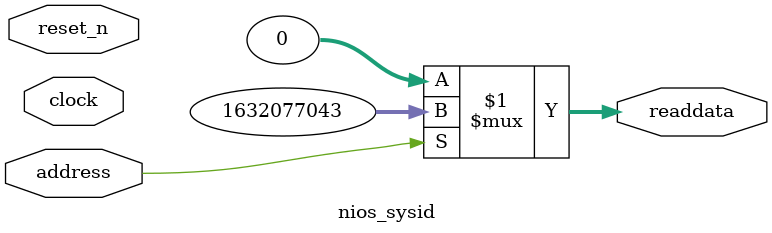
<source format=v>



// synthesis translate_off
`timescale 1ns / 1ps
// synthesis translate_on

// turn off superfluous verilog processor warnings 
// altera message_level Level1 
// altera message_off 10034 10035 10036 10037 10230 10240 10030 

module nios_sysid (
               // inputs:
                address,
                clock,
                reset_n,

               // outputs:
                readdata
             )
;

  output  [ 31: 0] readdata;
  input            address;
  input            clock;
  input            reset_n;

  wire    [ 31: 0] readdata;
  //control_slave, which is an e_avalon_slave
  assign readdata = address ? 1632077043 : 0;

endmodule



</source>
